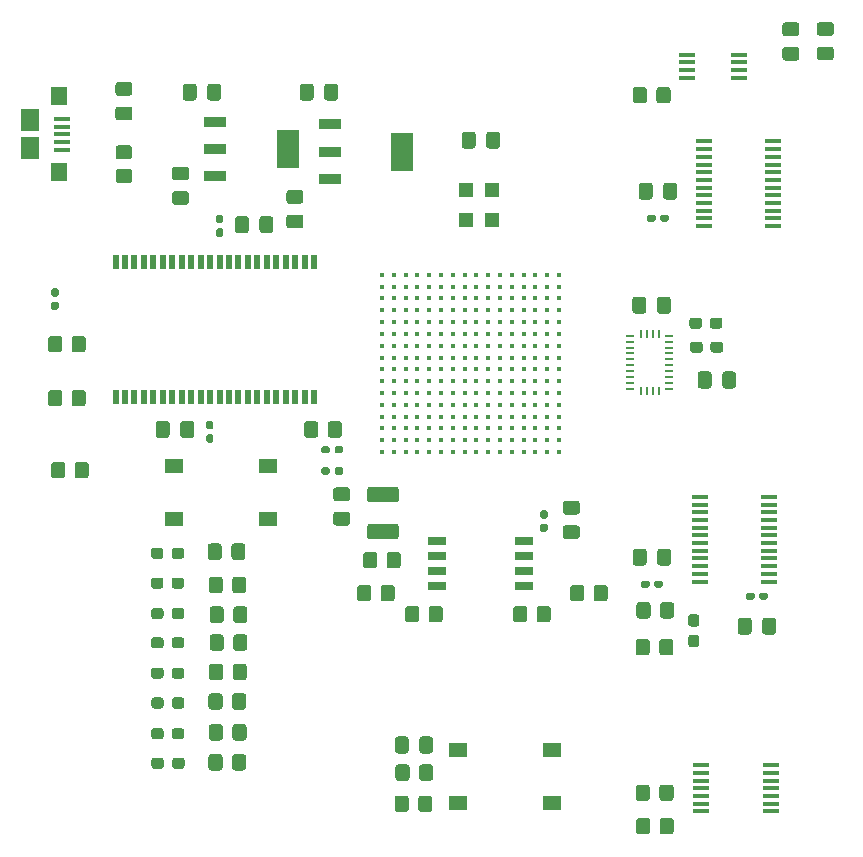
<source format=gtp>
G04 #@! TF.GenerationSoftware,KiCad,Pcbnew,5.1.9-73d0e3b20d~88~ubuntu20.04.1*
G04 #@! TF.CreationDate,2021-04-15T17:59:40-05:00*
G04 #@! TF.ProjectId,obi1,6f626931-2e6b-4696-9361-645f70636258,rev?*
G04 #@! TF.SameCoordinates,Original*
G04 #@! TF.FileFunction,Paste,Top*
G04 #@! TF.FilePolarity,Positive*
%FSLAX46Y46*%
G04 Gerber Fmt 4.6, Leading zero omitted, Abs format (unit mm)*
G04 Created by KiCad (PCBNEW 5.1.9-73d0e3b20d~88~ubuntu20.04.1) date 2021-04-15 17:59:40*
%MOMM*%
%LPD*%
G01*
G04 APERTURE LIST*
%ADD10R,0.600000X1.295000*%
%ADD11R,1.400000X1.600000*%
%ADD12R,1.600000X1.900000*%
%ADD13R,1.350000X0.400000*%
%ADD14R,1.860000X0.900000*%
%ADD15R,1.860000X3.190000*%
%ADD16R,0.254000X0.675000*%
%ADD17R,0.675000X0.254000*%
%ADD18R,1.473200X0.355600*%
%ADD19R,1.475000X0.450000*%
%ADD20C,0.400000*%
%ADD21R,1.550000X0.650000*%
%ADD22R,1.550000X1.300000*%
%ADD23R,1.240000X1.290000*%
%ADD24R,1.371600X0.457200*%
G04 APERTURE END LIST*
D10*
X130360000Y-98488000D03*
X131160000Y-98488000D03*
X131960000Y-98488000D03*
X132760000Y-98488000D03*
X133560000Y-98488000D03*
X134360000Y-98488000D03*
X135160000Y-98488000D03*
X135960000Y-98488000D03*
X136760000Y-98488000D03*
X137560000Y-98488000D03*
X138360000Y-98488000D03*
X139160000Y-98488000D03*
X139960000Y-98488000D03*
X140760000Y-98488000D03*
X141560000Y-98488000D03*
X142360000Y-98488000D03*
X143160000Y-98488000D03*
X143960000Y-98488000D03*
X144760000Y-98488000D03*
X145560000Y-98488000D03*
X146360000Y-98488000D03*
X147160000Y-98488000D03*
X147160000Y-87032000D03*
X146360000Y-87032000D03*
X145560000Y-87032000D03*
X144760000Y-87032000D03*
X143960000Y-87032000D03*
X143160000Y-87032000D03*
X142360000Y-87032000D03*
X141560000Y-87032000D03*
X140760000Y-87032000D03*
X139960000Y-87032000D03*
X139160000Y-87032000D03*
X138360000Y-87032000D03*
X137560000Y-87032000D03*
X136760000Y-87032000D03*
X135960000Y-87032000D03*
X135160000Y-87032000D03*
X134360000Y-87032000D03*
X133560000Y-87032000D03*
X132760000Y-87032000D03*
X131960000Y-87032000D03*
X131160000Y-87032000D03*
X130360000Y-87032000D03*
G36*
G01*
X148024000Y-73119000D02*
X148024000Y-72169000D01*
G75*
G02*
X148274000Y-71919000I250000J0D01*
G01*
X148949000Y-71919000D01*
G75*
G02*
X149199000Y-72169000I0J-250000D01*
G01*
X149199000Y-73119000D01*
G75*
G02*
X148949000Y-73369000I-250000J0D01*
G01*
X148274000Y-73369000D01*
G75*
G02*
X148024000Y-73119000I0J250000D01*
G01*
G37*
G36*
G01*
X145949000Y-73119000D02*
X145949000Y-72169000D01*
G75*
G02*
X146199000Y-71919000I250000J0D01*
G01*
X146874000Y-71919000D01*
G75*
G02*
X147124000Y-72169000I0J-250000D01*
G01*
X147124000Y-73119000D01*
G75*
G02*
X146874000Y-73369000I-250000J0D01*
G01*
X146199000Y-73369000D01*
G75*
G02*
X145949000Y-73119000I0J250000D01*
G01*
G37*
D11*
X125565000Y-79400000D03*
D12*
X123115000Y-77400000D03*
X123115000Y-75000000D03*
D11*
X125565000Y-73000000D03*
D13*
X125790000Y-77500000D03*
X125790000Y-76850000D03*
X125790000Y-76200000D03*
X125790000Y-75550000D03*
X125790000Y-74900000D03*
D14*
X148485000Y-75373200D03*
X148485000Y-77673200D03*
X148485000Y-79973200D03*
D15*
X154635000Y-77673200D03*
D14*
X138815000Y-75170000D03*
X138815000Y-77470000D03*
X138815000Y-79770000D03*
D15*
X144965000Y-77470000D03*
G36*
G01*
X145067000Y-80925000D02*
X146017000Y-80925000D01*
G75*
G02*
X146267000Y-81175000I0J-250000D01*
G01*
X146267000Y-81850000D01*
G75*
G02*
X146017000Y-82100000I-250000J0D01*
G01*
X145067000Y-82100000D01*
G75*
G02*
X144817000Y-81850000I0J250000D01*
G01*
X144817000Y-81175000D01*
G75*
G02*
X145067000Y-80925000I250000J0D01*
G01*
G37*
G36*
G01*
X145067000Y-83000000D02*
X146017000Y-83000000D01*
G75*
G02*
X146267000Y-83250000I0J-250000D01*
G01*
X146267000Y-83925000D01*
G75*
G02*
X146017000Y-84175000I-250000J0D01*
G01*
X145067000Y-84175000D01*
G75*
G02*
X144817000Y-83925000I0J250000D01*
G01*
X144817000Y-83250000D01*
G75*
G02*
X145067000Y-83000000I250000J0D01*
G01*
G37*
G36*
G01*
X130613999Y-79140000D02*
X131514001Y-79140000D01*
G75*
G02*
X131764000Y-79389999I0J-249999D01*
G01*
X131764000Y-80090001D01*
G75*
G02*
X131514001Y-80340000I-249999J0D01*
G01*
X130613999Y-80340000D01*
G75*
G02*
X130364000Y-80090001I0J249999D01*
G01*
X130364000Y-79389999D01*
G75*
G02*
X130613999Y-79140000I249999J0D01*
G01*
G37*
G36*
G01*
X130613999Y-77140000D02*
X131514001Y-77140000D01*
G75*
G02*
X131764000Y-77389999I0J-249999D01*
G01*
X131764000Y-78090001D01*
G75*
G02*
X131514001Y-78340000I-249999J0D01*
G01*
X130613999Y-78340000D01*
G75*
G02*
X130364000Y-78090001I0J249999D01*
G01*
X130364000Y-77389999D01*
G75*
G02*
X130613999Y-77140000I249999J0D01*
G01*
G37*
D16*
X176340380Y-97904100D03*
D17*
X173927880Y-93266600D03*
D16*
X176340380Y-93129100D03*
D17*
X177252880Y-93266600D03*
D16*
X175840380Y-93129100D03*
X175340380Y-93129100D03*
X174840380Y-93129100D03*
D17*
X177252880Y-93766600D03*
X177252880Y-94266600D03*
X177252880Y-94766600D03*
X177252880Y-95266600D03*
X177252880Y-95766600D03*
X177252880Y-96266600D03*
X177252880Y-96766600D03*
X177252880Y-97266600D03*
X177252880Y-97766600D03*
X173927880Y-93766600D03*
X173927880Y-94266600D03*
X173927880Y-94766600D03*
X173927880Y-95266600D03*
X173927880Y-95766600D03*
X173927880Y-96266600D03*
X173927880Y-96766600D03*
X173927880Y-97266600D03*
X173927880Y-97766600D03*
D16*
X175840380Y-97904100D03*
X175340380Y-97904100D03*
X174840380Y-97904100D03*
G36*
G01*
X180728500Y-94471500D02*
X180728500Y-93996500D01*
G75*
G02*
X180966000Y-93759000I237500J0D01*
G01*
X181566000Y-93759000D01*
G75*
G02*
X181803500Y-93996500I0J-237500D01*
G01*
X181803500Y-94471500D01*
G75*
G02*
X181566000Y-94709000I-237500J0D01*
G01*
X180966000Y-94709000D01*
G75*
G02*
X180728500Y-94471500I0J237500D01*
G01*
G37*
G36*
G01*
X179003500Y-94471500D02*
X179003500Y-93996500D01*
G75*
G02*
X179241000Y-93759000I237500J0D01*
G01*
X179841000Y-93759000D01*
G75*
G02*
X180078500Y-93996500I0J-237500D01*
G01*
X180078500Y-94471500D01*
G75*
G02*
X179841000Y-94709000I-237500J0D01*
G01*
X179241000Y-94709000D01*
G75*
G02*
X179003500Y-94471500I0J237500D01*
G01*
G37*
G36*
G01*
X176196500Y-91153000D02*
X176196500Y-90203000D01*
G75*
G02*
X176446500Y-89953000I250000J0D01*
G01*
X177121500Y-89953000D01*
G75*
G02*
X177371500Y-90203000I0J-250000D01*
G01*
X177371500Y-91153000D01*
G75*
G02*
X177121500Y-91403000I-250000J0D01*
G01*
X176446500Y-91403000D01*
G75*
G02*
X176196500Y-91153000I0J250000D01*
G01*
G37*
G36*
G01*
X174121500Y-91153000D02*
X174121500Y-90203000D01*
G75*
G02*
X174371500Y-89953000I250000J0D01*
G01*
X175046500Y-89953000D01*
G75*
G02*
X175296500Y-90203000I0J-250000D01*
G01*
X175296500Y-91153000D01*
G75*
G02*
X175046500Y-91403000I-250000J0D01*
G01*
X174371500Y-91403000D01*
G75*
G02*
X174121500Y-91153000I0J250000D01*
G01*
G37*
D18*
X180213000Y-83972400D03*
X180213000Y-83312000D03*
X180213000Y-82677000D03*
X180213000Y-82016600D03*
X180213000Y-81356200D03*
X180213000Y-80721200D03*
X180213000Y-80060800D03*
X180213000Y-79425800D03*
X180213000Y-78765400D03*
X180213000Y-78105000D03*
X180213000Y-77470000D03*
X180213000Y-76809600D03*
X186055000Y-76809600D03*
X186055000Y-77470000D03*
X186055000Y-78105000D03*
X186055000Y-78765400D03*
X186055000Y-79425800D03*
X186055000Y-80060800D03*
X186055000Y-80721200D03*
X186055000Y-81356200D03*
X186055000Y-82016600D03*
X186055000Y-82677000D03*
X186055000Y-83312000D03*
X186055000Y-83972400D03*
D19*
X179942000Y-133522000D03*
X179942000Y-132872000D03*
X179942000Y-132222000D03*
X179942000Y-131572000D03*
X179942000Y-130922000D03*
X179942000Y-130272000D03*
X179942000Y-129622000D03*
X185818000Y-129622000D03*
X185818000Y-130272000D03*
X185818000Y-130922000D03*
X185818000Y-131572000D03*
X185818000Y-132222000D03*
X185818000Y-132872000D03*
X185818000Y-133522000D03*
D20*
X167908000Y-95110000D03*
X167908000Y-96110000D03*
X167908000Y-97110000D03*
X167908000Y-98110000D03*
X167908000Y-99110000D03*
X167908000Y-100110000D03*
X167908000Y-101110000D03*
X167908000Y-102110000D03*
X167908000Y-103110000D03*
X163908000Y-100110000D03*
X163908000Y-99110000D03*
X163908000Y-98110000D03*
X163908000Y-97110000D03*
X162908000Y-97110000D03*
X162908000Y-98110000D03*
X162908000Y-99110000D03*
X162908000Y-100110000D03*
X166908000Y-103110000D03*
X166908000Y-102110000D03*
X166908000Y-101110000D03*
X166908000Y-100110000D03*
X166908000Y-99110000D03*
X166908000Y-98110000D03*
X166908000Y-97110000D03*
X166908000Y-96110000D03*
X166908000Y-95110000D03*
X165908000Y-95110000D03*
X165908000Y-96110000D03*
X165908000Y-97110000D03*
X165908000Y-98110000D03*
X165908000Y-99110000D03*
X165908000Y-100110000D03*
X165908000Y-101110000D03*
X165908000Y-102110000D03*
X165908000Y-103110000D03*
X161908000Y-100110000D03*
X161908000Y-99110000D03*
X161908000Y-98110000D03*
X161908000Y-97110000D03*
X160908000Y-97110000D03*
X160908000Y-98110000D03*
X160908000Y-99110000D03*
X160908000Y-100110000D03*
X164908000Y-103110000D03*
X164908000Y-102110000D03*
X164908000Y-101110000D03*
X164908000Y-100110000D03*
X164908000Y-99110000D03*
X164908000Y-98110000D03*
X164908000Y-97110000D03*
X164908000Y-96110000D03*
X164908000Y-95110000D03*
X163908000Y-96110000D03*
X162908000Y-96110000D03*
X161908000Y-96110000D03*
X163908000Y-95110000D03*
X162908000Y-95110000D03*
X161908000Y-95110000D03*
X160908000Y-95110000D03*
X163908000Y-103110000D03*
X163908000Y-102110000D03*
X160908000Y-94110000D03*
X161908000Y-94110000D03*
X162908000Y-94110000D03*
X163908000Y-94110000D03*
X160908000Y-96110000D03*
X163908000Y-93110000D03*
X162908000Y-93110000D03*
X161908000Y-93110000D03*
X160908000Y-93110000D03*
X163908000Y-101110000D03*
X163908000Y-92110000D03*
X162908000Y-92110000D03*
X161908000Y-92110000D03*
X160908000Y-92110000D03*
X159908000Y-100110000D03*
X162908000Y-103110000D03*
X161908000Y-103110000D03*
X160908000Y-103110000D03*
X159908000Y-103110000D03*
X158908000Y-103110000D03*
X162908000Y-102110000D03*
X161908000Y-102110000D03*
X160908000Y-102110000D03*
X159908000Y-102110000D03*
X158908000Y-102110000D03*
X158908000Y-101110000D03*
X159908000Y-101110000D03*
X160908000Y-101110000D03*
X161908000Y-101110000D03*
X162908000Y-101110000D03*
X158908000Y-100110000D03*
X157908000Y-100110000D03*
X156908000Y-100110000D03*
X159908000Y-99110000D03*
X157908000Y-103110000D03*
X156908000Y-103110000D03*
X157908000Y-102110000D03*
X156908000Y-102110000D03*
X157908000Y-101110000D03*
X156908000Y-101110000D03*
X158908000Y-99110000D03*
X157908000Y-99110000D03*
X156908000Y-99110000D03*
X159908000Y-98110000D03*
X158908000Y-98110000D03*
X157908000Y-98110000D03*
X156908000Y-98110000D03*
X159908000Y-97110000D03*
X158908000Y-97110000D03*
X157908000Y-97110000D03*
X156908000Y-97110000D03*
X159908000Y-96110000D03*
X158908000Y-96110000D03*
X157908000Y-96110000D03*
X156908000Y-96110000D03*
X159908000Y-95110000D03*
X158908000Y-95110000D03*
X157908000Y-95110000D03*
X156908000Y-95110000D03*
X159908000Y-94110000D03*
X158908000Y-94110000D03*
X157908000Y-94110000D03*
X156908000Y-94110000D03*
X159908000Y-93110000D03*
X158908000Y-93110000D03*
X157908000Y-93110000D03*
X156908000Y-93110000D03*
X156908000Y-92110000D03*
X157908000Y-92110000D03*
X158908000Y-92110000D03*
X159908000Y-92110000D03*
X155908000Y-103110000D03*
X154908000Y-103110000D03*
X153908000Y-103110000D03*
X152908000Y-103110000D03*
X152908000Y-102110000D03*
X152908000Y-101110000D03*
X152908000Y-100110000D03*
X153908000Y-102110000D03*
X153908000Y-101110000D03*
X153908000Y-100110000D03*
X154908000Y-100110000D03*
X154908000Y-101110000D03*
X154908000Y-102110000D03*
X155908000Y-102110000D03*
X155908000Y-101110000D03*
X155908000Y-100110000D03*
X155908000Y-99110000D03*
X154908000Y-99110000D03*
X153908000Y-99110000D03*
X152908000Y-99110000D03*
X152908000Y-98110000D03*
X153908000Y-98110000D03*
X154908000Y-98110000D03*
X155908000Y-98110000D03*
X155908000Y-97110000D03*
X154908000Y-97110000D03*
X153908000Y-97110000D03*
X152908000Y-97110000D03*
X153908000Y-96110000D03*
X154908000Y-96110000D03*
X155908000Y-96110000D03*
X155908000Y-95110000D03*
X154908000Y-95110000D03*
X153908000Y-95110000D03*
X153908000Y-94110000D03*
X154908000Y-94110000D03*
X155908000Y-94110000D03*
X155908000Y-93110000D03*
X154908000Y-93110000D03*
X153908000Y-93110000D03*
X167908000Y-92110000D03*
X167908000Y-93110000D03*
X167908000Y-94110000D03*
X166908000Y-94110000D03*
X166908000Y-93110000D03*
X166908000Y-92110000D03*
X165908000Y-92110000D03*
X165908000Y-93110000D03*
X165908000Y-94110000D03*
X164908000Y-94110000D03*
X164908000Y-93110000D03*
X164908000Y-92110000D03*
X167908000Y-90110000D03*
X167908000Y-91110000D03*
X166908000Y-91110000D03*
X166908000Y-90110000D03*
X164908000Y-91110000D03*
X165908000Y-91110000D03*
X165908000Y-90110000D03*
X164908000Y-90110000D03*
X163908000Y-90110000D03*
X163908000Y-91110000D03*
X162908000Y-91110000D03*
X162908000Y-90110000D03*
X161908000Y-91110000D03*
X161908000Y-90110000D03*
X155908000Y-92110000D03*
X154908000Y-92110000D03*
X153908000Y-92110000D03*
X160908000Y-91110000D03*
X159908000Y-91110000D03*
X158908000Y-91110000D03*
X157908000Y-91110000D03*
X156908000Y-91110000D03*
X155908000Y-91110000D03*
X154908000Y-91110000D03*
X153908000Y-91110000D03*
X160908000Y-90110000D03*
X159908000Y-90110000D03*
X158908000Y-90110000D03*
X157908000Y-90110000D03*
X156908000Y-90110000D03*
X155908000Y-90110000D03*
X154908000Y-90110000D03*
X153908000Y-90110000D03*
X155908000Y-89110000D03*
X154908000Y-89110000D03*
X153908000Y-89110000D03*
X156908000Y-89110000D03*
X157908000Y-89110000D03*
X158908000Y-89110000D03*
X159908000Y-89110000D03*
X160908000Y-89110000D03*
X161908000Y-89110000D03*
X162908000Y-89110000D03*
X163908000Y-89110000D03*
X164908000Y-89110000D03*
X165908000Y-89110000D03*
X166908000Y-89110000D03*
X167908000Y-89110000D03*
X152908000Y-96110000D03*
X152908000Y-95110000D03*
X152908000Y-94110000D03*
X152908000Y-93110000D03*
X152908000Y-92110000D03*
X152908000Y-91110000D03*
X152908000Y-90110000D03*
X152908000Y-89110000D03*
X167908000Y-88110000D03*
X166908000Y-88110000D03*
X165908000Y-88110000D03*
X164908000Y-88110000D03*
X163908000Y-88110000D03*
X162908000Y-88110000D03*
X161908000Y-88110000D03*
X160908000Y-88110000D03*
X159908000Y-88110000D03*
X158908000Y-88110000D03*
X157908000Y-88110000D03*
X156908000Y-88110000D03*
X155908000Y-88110000D03*
X154908000Y-88110000D03*
X153908000Y-88110000D03*
X152908000Y-88110000D03*
D21*
X164965000Y-110617000D03*
X164965000Y-111887000D03*
X164965000Y-113157000D03*
X164965000Y-114427000D03*
X157615000Y-114427000D03*
X157615000Y-113157000D03*
X157615000Y-111887000D03*
X157615000Y-110617000D03*
D22*
X159347000Y-132806000D03*
X159347000Y-128306000D03*
X167297000Y-128306000D03*
X167297000Y-132806000D03*
X143285000Y-108820000D03*
X143285000Y-104320000D03*
X135335000Y-104320000D03*
X135335000Y-108820000D03*
D23*
X162255200Y-83464400D03*
X160005200Y-83464400D03*
X162255200Y-80924400D03*
X160005200Y-80924400D03*
D24*
X178739800Y-71399400D03*
X178739800Y-70764400D03*
X178739800Y-70104000D03*
X178739800Y-69469000D03*
X183159400Y-69469000D03*
X183159400Y-70104000D03*
X183159400Y-70764400D03*
X183159400Y-71399400D03*
D18*
X185674000Y-114071400D03*
X185674000Y-113411000D03*
X185674000Y-112776000D03*
X185674000Y-112115600D03*
X185674000Y-111455200D03*
X185674000Y-110820200D03*
X185674000Y-110159800D03*
X185674000Y-109524800D03*
X185674000Y-108864400D03*
X185674000Y-108204000D03*
X185674000Y-107569000D03*
X185674000Y-106908600D03*
X179832000Y-106908600D03*
X179832000Y-107569000D03*
X179832000Y-108204000D03*
X179832000Y-108864400D03*
X179832000Y-109524800D03*
X179832000Y-110159800D03*
X179832000Y-110820200D03*
X179832000Y-111455200D03*
X179832000Y-112115600D03*
X179832000Y-112776000D03*
X179832000Y-113411000D03*
X179832000Y-114071400D03*
G36*
G01*
X131539000Y-75031000D02*
X130589000Y-75031000D01*
G75*
G02*
X130339000Y-74781000I0J250000D01*
G01*
X130339000Y-74106000D01*
G75*
G02*
X130589000Y-73856000I250000J0D01*
G01*
X131539000Y-73856000D01*
G75*
G02*
X131789000Y-74106000I0J-250000D01*
G01*
X131789000Y-74781000D01*
G75*
G02*
X131539000Y-75031000I-250000J0D01*
G01*
G37*
G36*
G01*
X131539000Y-72956000D02*
X130589000Y-72956000D01*
G75*
G02*
X130339000Y-72706000I0J250000D01*
G01*
X130339000Y-72031000D01*
G75*
G02*
X130589000Y-71781000I250000J0D01*
G01*
X131539000Y-71781000D01*
G75*
G02*
X131789000Y-72031000I0J-250000D01*
G01*
X131789000Y-72706000D01*
G75*
G02*
X131539000Y-72956000I-250000J0D01*
G01*
G37*
G36*
G01*
X136335000Y-80110000D02*
X135385000Y-80110000D01*
G75*
G02*
X135135000Y-79860000I0J250000D01*
G01*
X135135000Y-79185000D01*
G75*
G02*
X135385000Y-78935000I250000J0D01*
G01*
X136335000Y-78935000D01*
G75*
G02*
X136585000Y-79185000I0J-250000D01*
G01*
X136585000Y-79860000D01*
G75*
G02*
X136335000Y-80110000I-250000J0D01*
G01*
G37*
G36*
G01*
X136335000Y-82185000D02*
X135385000Y-82185000D01*
G75*
G02*
X135135000Y-81935000I0J250000D01*
G01*
X135135000Y-81260000D01*
G75*
G02*
X135385000Y-81010000I250000J0D01*
G01*
X136335000Y-81010000D01*
G75*
G02*
X136585000Y-81260000I0J-250000D01*
G01*
X136585000Y-81935000D01*
G75*
G02*
X136335000Y-82185000I-250000J0D01*
G01*
G37*
G36*
G01*
X138118000Y-73119000D02*
X138118000Y-72169000D01*
G75*
G02*
X138368000Y-71919000I250000J0D01*
G01*
X139043000Y-71919000D01*
G75*
G02*
X139293000Y-72169000I0J-250000D01*
G01*
X139293000Y-73119000D01*
G75*
G02*
X139043000Y-73369000I-250000J0D01*
G01*
X138368000Y-73369000D01*
G75*
G02*
X138118000Y-73119000I0J250000D01*
G01*
G37*
G36*
G01*
X136043000Y-73119000D02*
X136043000Y-72169000D01*
G75*
G02*
X136293000Y-71919000I250000J0D01*
G01*
X136968000Y-71919000D01*
G75*
G02*
X137218000Y-72169000I0J-250000D01*
G01*
X137218000Y-73119000D01*
G75*
G02*
X136968000Y-73369000I-250000J0D01*
G01*
X136293000Y-73369000D01*
G75*
G02*
X136043000Y-73119000I0J250000D01*
G01*
G37*
G36*
G01*
X162915000Y-76233000D02*
X162915000Y-77183000D01*
G75*
G02*
X162665000Y-77433000I-250000J0D01*
G01*
X161990000Y-77433000D01*
G75*
G02*
X161740000Y-77183000I0J250000D01*
G01*
X161740000Y-76233000D01*
G75*
G02*
X161990000Y-75983000I250000J0D01*
G01*
X162665000Y-75983000D01*
G75*
G02*
X162915000Y-76233000I0J-250000D01*
G01*
G37*
G36*
G01*
X160840000Y-76233000D02*
X160840000Y-77183000D01*
G75*
G02*
X160590000Y-77433000I-250000J0D01*
G01*
X159915000Y-77433000D01*
G75*
G02*
X159665000Y-77183000I0J250000D01*
G01*
X159665000Y-76233000D01*
G75*
G02*
X159915000Y-75983000I250000J0D01*
G01*
X160590000Y-75983000D01*
G75*
G02*
X160840000Y-76233000I0J-250000D01*
G01*
G37*
G36*
G01*
X155178100Y-127439400D02*
X155178100Y-128389400D01*
G75*
G02*
X154928100Y-128639400I-250000J0D01*
G01*
X154253100Y-128639400D01*
G75*
G02*
X154003100Y-128389400I0J250000D01*
G01*
X154003100Y-127439400D01*
G75*
G02*
X154253100Y-127189400I250000J0D01*
G01*
X154928100Y-127189400D01*
G75*
G02*
X155178100Y-127439400I0J-250000D01*
G01*
G37*
G36*
G01*
X157253100Y-127439400D02*
X157253100Y-128389400D01*
G75*
G02*
X157003100Y-128639400I-250000J0D01*
G01*
X156328100Y-128639400D01*
G75*
G02*
X156078100Y-128389400I0J250000D01*
G01*
X156078100Y-127439400D01*
G75*
G02*
X156328100Y-127189400I250000J0D01*
G01*
X157003100Y-127189400D01*
G75*
G02*
X157253100Y-127439400I0J-250000D01*
G01*
G37*
G36*
G01*
X154100002Y-107382500D02*
X151899998Y-107382500D01*
G75*
G02*
X151650000Y-107132502I0J249998D01*
G01*
X151650000Y-106307498D01*
G75*
G02*
X151899998Y-106057500I249998J0D01*
G01*
X154100002Y-106057500D01*
G75*
G02*
X154350000Y-106307498I0J-249998D01*
G01*
X154350000Y-107132502D01*
G75*
G02*
X154100002Y-107382500I-249998J0D01*
G01*
G37*
G36*
G01*
X154100002Y-110507500D02*
X151899998Y-110507500D01*
G75*
G02*
X151650000Y-110257502I0J249998D01*
G01*
X151650000Y-109432498D01*
G75*
G02*
X151899998Y-109182500I249998J0D01*
G01*
X154100002Y-109182500D01*
G75*
G02*
X154350000Y-109432498I0J-249998D01*
G01*
X154350000Y-110257502D01*
G75*
G02*
X154100002Y-110507500I-249998J0D01*
G01*
G37*
G36*
G01*
X149975000Y-109345000D02*
X149025000Y-109345000D01*
G75*
G02*
X148775000Y-109095000I0J250000D01*
G01*
X148775000Y-108420000D01*
G75*
G02*
X149025000Y-108170000I250000J0D01*
G01*
X149975000Y-108170000D01*
G75*
G02*
X150225000Y-108420000I0J-250000D01*
G01*
X150225000Y-109095000D01*
G75*
G02*
X149975000Y-109345000I-250000J0D01*
G01*
G37*
G36*
G01*
X149975000Y-107270000D02*
X149025000Y-107270000D01*
G75*
G02*
X148775000Y-107020000I0J250000D01*
G01*
X148775000Y-106345000D01*
G75*
G02*
X149025000Y-106095000I250000J0D01*
G01*
X149975000Y-106095000D01*
G75*
G02*
X150225000Y-106345000I0J-250000D01*
G01*
X150225000Y-107020000D01*
G75*
G02*
X149975000Y-107270000I-250000J0D01*
G01*
G37*
G36*
G01*
X148900000Y-104875000D02*
X148900000Y-104565000D01*
G75*
G02*
X149055000Y-104410000I155000J0D01*
G01*
X149480000Y-104410000D01*
G75*
G02*
X149635000Y-104565000I0J-155000D01*
G01*
X149635000Y-104875000D01*
G75*
G02*
X149480000Y-105030000I-155000J0D01*
G01*
X149055000Y-105030000D01*
G75*
G02*
X148900000Y-104875000I0J155000D01*
G01*
G37*
G36*
G01*
X147765000Y-104875000D02*
X147765000Y-104565000D01*
G75*
G02*
X147920000Y-104410000I155000J0D01*
G01*
X148345000Y-104410000D01*
G75*
G02*
X148500000Y-104565000I0J-155000D01*
G01*
X148500000Y-104875000D01*
G75*
G02*
X148345000Y-105030000I-155000J0D01*
G01*
X147920000Y-105030000D01*
G75*
G02*
X147765000Y-104875000I0J155000D01*
G01*
G37*
G36*
G01*
X147765000Y-103075000D02*
X147765000Y-102765000D01*
G75*
G02*
X147920000Y-102610000I155000J0D01*
G01*
X148345000Y-102610000D01*
G75*
G02*
X148500000Y-102765000I0J-155000D01*
G01*
X148500000Y-103075000D01*
G75*
G02*
X148345000Y-103230000I-155000J0D01*
G01*
X147920000Y-103230000D01*
G75*
G02*
X147765000Y-103075000I0J155000D01*
G01*
G37*
G36*
G01*
X148900000Y-103075000D02*
X148900000Y-102765000D01*
G75*
G02*
X149055000Y-102610000I155000J0D01*
G01*
X149480000Y-102610000D01*
G75*
G02*
X149635000Y-102765000I0J-155000D01*
G01*
X149635000Y-103075000D01*
G75*
G02*
X149480000Y-103230000I-155000J0D01*
G01*
X149055000Y-103230000D01*
G75*
G02*
X148900000Y-103075000I0J155000D01*
G01*
G37*
G36*
G01*
X125377000Y-91105000D02*
X125067000Y-91105000D01*
G75*
G02*
X124912000Y-90950000I0J155000D01*
G01*
X124912000Y-90525000D01*
G75*
G02*
X125067000Y-90370000I155000J0D01*
G01*
X125377000Y-90370000D01*
G75*
G02*
X125532000Y-90525000I0J-155000D01*
G01*
X125532000Y-90950000D01*
G75*
G02*
X125377000Y-91105000I-155000J0D01*
G01*
G37*
G36*
G01*
X125377000Y-89970000D02*
X125067000Y-89970000D01*
G75*
G02*
X124912000Y-89815000I0J155000D01*
G01*
X124912000Y-89390000D01*
G75*
G02*
X125067000Y-89235000I155000J0D01*
G01*
X125377000Y-89235000D01*
G75*
G02*
X125532000Y-89390000I0J-155000D01*
G01*
X125532000Y-89815000D01*
G75*
G02*
X125377000Y-89970000I-155000J0D01*
G01*
G37*
G36*
G01*
X141640000Y-83385000D02*
X141640000Y-84335000D01*
G75*
G02*
X141390000Y-84585000I-250000J0D01*
G01*
X140715000Y-84585000D01*
G75*
G02*
X140465000Y-84335000I0J250000D01*
G01*
X140465000Y-83385000D01*
G75*
G02*
X140715000Y-83135000I250000J0D01*
G01*
X141390000Y-83135000D01*
G75*
G02*
X141640000Y-83385000I0J-250000D01*
G01*
G37*
G36*
G01*
X143715000Y-83385000D02*
X143715000Y-84335000D01*
G75*
G02*
X143465000Y-84585000I-250000J0D01*
G01*
X142790000Y-84585000D01*
G75*
G02*
X142540000Y-84335000I0J250000D01*
G01*
X142540000Y-83385000D01*
G75*
G02*
X142790000Y-83135000I250000J0D01*
G01*
X143465000Y-83135000D01*
G75*
G02*
X143715000Y-83385000I0J-250000D01*
G01*
G37*
G36*
G01*
X139325000Y-84895000D02*
X139015000Y-84895000D01*
G75*
G02*
X138860000Y-84740000I0J155000D01*
G01*
X138860000Y-84315000D01*
G75*
G02*
X139015000Y-84160000I155000J0D01*
G01*
X139325000Y-84160000D01*
G75*
G02*
X139480000Y-84315000I0J-155000D01*
G01*
X139480000Y-84740000D01*
G75*
G02*
X139325000Y-84895000I-155000J0D01*
G01*
G37*
G36*
G01*
X139325000Y-83760000D02*
X139015000Y-83760000D01*
G75*
G02*
X138860000Y-83605000I0J155000D01*
G01*
X138860000Y-83180000D01*
G75*
G02*
X139015000Y-83025000I155000J0D01*
G01*
X139325000Y-83025000D01*
G75*
G02*
X139480000Y-83180000I0J-155000D01*
G01*
X139480000Y-83605000D01*
G75*
G02*
X139325000Y-83760000I-155000J0D01*
G01*
G37*
G36*
G01*
X138185000Y-100455000D02*
X138495000Y-100455000D01*
G75*
G02*
X138650000Y-100610000I0J-155000D01*
G01*
X138650000Y-101035000D01*
G75*
G02*
X138495000Y-101190000I-155000J0D01*
G01*
X138185000Y-101190000D01*
G75*
G02*
X138030000Y-101035000I0J155000D01*
G01*
X138030000Y-100610000D01*
G75*
G02*
X138185000Y-100455000I155000J0D01*
G01*
G37*
G36*
G01*
X138185000Y-101590000D02*
X138495000Y-101590000D01*
G75*
G02*
X138650000Y-101745000I0J-155000D01*
G01*
X138650000Y-102170000D01*
G75*
G02*
X138495000Y-102325000I-155000J0D01*
G01*
X138185000Y-102325000D01*
G75*
G02*
X138030000Y-102170000I0J155000D01*
G01*
X138030000Y-101745000D01*
G75*
G02*
X138185000Y-101590000I155000J0D01*
G01*
G37*
G36*
G01*
X134940000Y-100725000D02*
X134940000Y-101675000D01*
G75*
G02*
X134690000Y-101925000I-250000J0D01*
G01*
X134015000Y-101925000D01*
G75*
G02*
X133765000Y-101675000I0J250000D01*
G01*
X133765000Y-100725000D01*
G75*
G02*
X134015000Y-100475000I250000J0D01*
G01*
X134690000Y-100475000D01*
G75*
G02*
X134940000Y-100725000I0J-250000D01*
G01*
G37*
G36*
G01*
X137015000Y-100725000D02*
X137015000Y-101675000D01*
G75*
G02*
X136765000Y-101925000I-250000J0D01*
G01*
X136090000Y-101925000D01*
G75*
G02*
X135840000Y-101675000I0J250000D01*
G01*
X135840000Y-100725000D01*
G75*
G02*
X136090000Y-100475000I250000J0D01*
G01*
X136765000Y-100475000D01*
G75*
G02*
X137015000Y-100725000I0J-250000D01*
G01*
G37*
G36*
G01*
X188003200Y-69978700D02*
X187053200Y-69978700D01*
G75*
G02*
X186803200Y-69728700I0J250000D01*
G01*
X186803200Y-69053700D01*
G75*
G02*
X187053200Y-68803700I250000J0D01*
G01*
X188003200Y-68803700D01*
G75*
G02*
X188253200Y-69053700I0J-250000D01*
G01*
X188253200Y-69728700D01*
G75*
G02*
X188003200Y-69978700I-250000J0D01*
G01*
G37*
G36*
G01*
X188003200Y-67903700D02*
X187053200Y-67903700D01*
G75*
G02*
X186803200Y-67653700I0J250000D01*
G01*
X186803200Y-66978700D01*
G75*
G02*
X187053200Y-66728700I250000J0D01*
G01*
X188003200Y-66728700D01*
G75*
G02*
X188253200Y-66978700I0J-250000D01*
G01*
X188253200Y-67653700D01*
G75*
G02*
X188003200Y-67903700I-250000J0D01*
G01*
G37*
G36*
G01*
X190924200Y-67879900D02*
X189974200Y-67879900D01*
G75*
G02*
X189724200Y-67629900I0J250000D01*
G01*
X189724200Y-66954900D01*
G75*
G02*
X189974200Y-66704900I250000J0D01*
G01*
X190924200Y-66704900D01*
G75*
G02*
X191174200Y-66954900I0J-250000D01*
G01*
X191174200Y-67629900D01*
G75*
G02*
X190924200Y-67879900I-250000J0D01*
G01*
G37*
G36*
G01*
X190924200Y-69954900D02*
X189974200Y-69954900D01*
G75*
G02*
X189724200Y-69704900I0J250000D01*
G01*
X189724200Y-69029900D01*
G75*
G02*
X189974200Y-68779900I250000J0D01*
G01*
X190924200Y-68779900D01*
G75*
G02*
X191174200Y-69029900I0J-250000D01*
G01*
X191174200Y-69704900D01*
G75*
G02*
X190924200Y-69954900I-250000J0D01*
G01*
G37*
G36*
G01*
X175826000Y-80551000D02*
X175826000Y-81501000D01*
G75*
G02*
X175576000Y-81751000I-250000J0D01*
G01*
X174901000Y-81751000D01*
G75*
G02*
X174651000Y-81501000I0J250000D01*
G01*
X174651000Y-80551000D01*
G75*
G02*
X174901000Y-80301000I250000J0D01*
G01*
X175576000Y-80301000D01*
G75*
G02*
X175826000Y-80551000I0J-250000D01*
G01*
G37*
G36*
G01*
X177901000Y-80551000D02*
X177901000Y-81501000D01*
G75*
G02*
X177651000Y-81751000I-250000J0D01*
G01*
X176976000Y-81751000D01*
G75*
G02*
X176726000Y-81501000I0J250000D01*
G01*
X176726000Y-80551000D01*
G75*
G02*
X176976000Y-80301000I250000J0D01*
G01*
X177651000Y-80301000D01*
G75*
G02*
X177901000Y-80551000I0J-250000D01*
G01*
G37*
G36*
G01*
X175318000Y-111539000D02*
X175318000Y-112489000D01*
G75*
G02*
X175068000Y-112739000I-250000J0D01*
G01*
X174393000Y-112739000D01*
G75*
G02*
X174143000Y-112489000I0J250000D01*
G01*
X174143000Y-111539000D01*
G75*
G02*
X174393000Y-111289000I250000J0D01*
G01*
X175068000Y-111289000D01*
G75*
G02*
X175318000Y-111539000I0J-250000D01*
G01*
G37*
G36*
G01*
X177393000Y-111539000D02*
X177393000Y-112489000D01*
G75*
G02*
X177143000Y-112739000I-250000J0D01*
G01*
X176468000Y-112739000D01*
G75*
G02*
X176218000Y-112489000I0J250000D01*
G01*
X176218000Y-111539000D01*
G75*
G02*
X176468000Y-111289000I250000J0D01*
G01*
X177143000Y-111289000D01*
G75*
G02*
X177393000Y-111539000I0J-250000D01*
G01*
G37*
G36*
G01*
X177211000Y-83157000D02*
X177211000Y-83467000D01*
G75*
G02*
X177056000Y-83622000I-155000J0D01*
G01*
X176631000Y-83622000D01*
G75*
G02*
X176476000Y-83467000I0J155000D01*
G01*
X176476000Y-83157000D01*
G75*
G02*
X176631000Y-83002000I155000J0D01*
G01*
X177056000Y-83002000D01*
G75*
G02*
X177211000Y-83157000I0J-155000D01*
G01*
G37*
G36*
G01*
X176076000Y-83157000D02*
X176076000Y-83467000D01*
G75*
G02*
X175921000Y-83622000I-155000J0D01*
G01*
X175496000Y-83622000D01*
G75*
G02*
X175341000Y-83467000I0J155000D01*
G01*
X175341000Y-83157000D01*
G75*
G02*
X175496000Y-83002000I155000J0D01*
G01*
X175921000Y-83002000D01*
G75*
G02*
X176076000Y-83157000I0J-155000D01*
G01*
G37*
G36*
G01*
X175568000Y-114145000D02*
X175568000Y-114455000D01*
G75*
G02*
X175413000Y-114610000I-155000J0D01*
G01*
X174988000Y-114610000D01*
G75*
G02*
X174833000Y-114455000I0J155000D01*
G01*
X174833000Y-114145000D01*
G75*
G02*
X174988000Y-113990000I155000J0D01*
G01*
X175413000Y-113990000D01*
G75*
G02*
X175568000Y-114145000I0J-155000D01*
G01*
G37*
G36*
G01*
X176703000Y-114145000D02*
X176703000Y-114455000D01*
G75*
G02*
X176548000Y-114610000I-155000J0D01*
G01*
X176123000Y-114610000D01*
G75*
G02*
X175968000Y-114455000I0J155000D01*
G01*
X175968000Y-114145000D01*
G75*
G02*
X176123000Y-113990000I155000J0D01*
G01*
X176548000Y-113990000D01*
G75*
G02*
X176703000Y-114145000I0J-155000D01*
G01*
G37*
G36*
G01*
X185593000Y-115161000D02*
X185593000Y-115471000D01*
G75*
G02*
X185438000Y-115626000I-155000J0D01*
G01*
X185013000Y-115626000D01*
G75*
G02*
X184858000Y-115471000I0J155000D01*
G01*
X184858000Y-115161000D01*
G75*
G02*
X185013000Y-115006000I155000J0D01*
G01*
X185438000Y-115006000D01*
G75*
G02*
X185593000Y-115161000I0J-155000D01*
G01*
G37*
G36*
G01*
X184458000Y-115161000D02*
X184458000Y-115471000D01*
G75*
G02*
X184303000Y-115626000I-155000J0D01*
G01*
X183878000Y-115626000D01*
G75*
G02*
X183723000Y-115471000I0J155000D01*
G01*
X183723000Y-115161000D01*
G75*
G02*
X183878000Y-115006000I155000J0D01*
G01*
X184303000Y-115006000D01*
G75*
G02*
X184458000Y-115161000I0J-155000D01*
G01*
G37*
G36*
G01*
X179549500Y-117884000D02*
X179074500Y-117884000D01*
G75*
G02*
X178837000Y-117646500I0J237500D01*
G01*
X178837000Y-117071500D01*
G75*
G02*
X179074500Y-116834000I237500J0D01*
G01*
X179549500Y-116834000D01*
G75*
G02*
X179787000Y-117071500I0J-237500D01*
G01*
X179787000Y-117646500D01*
G75*
G02*
X179549500Y-117884000I-237500J0D01*
G01*
G37*
G36*
G01*
X179549500Y-119634000D02*
X179074500Y-119634000D01*
G75*
G02*
X178837000Y-119396500I0J237500D01*
G01*
X178837000Y-118821500D01*
G75*
G02*
X179074500Y-118584000I237500J0D01*
G01*
X179549500Y-118584000D01*
G75*
G02*
X179787000Y-118821500I0J-237500D01*
G01*
X179787000Y-119396500D01*
G75*
G02*
X179549500Y-119634000I-237500J0D01*
G01*
G37*
G36*
G01*
X133400000Y-129695500D02*
X133400000Y-129220500D01*
G75*
G02*
X133637500Y-128983000I237500J0D01*
G01*
X134212500Y-128983000D01*
G75*
G02*
X134450000Y-129220500I0J-237500D01*
G01*
X134450000Y-129695500D01*
G75*
G02*
X134212500Y-129933000I-237500J0D01*
G01*
X133637500Y-129933000D01*
G75*
G02*
X133400000Y-129695500I0J237500D01*
G01*
G37*
G36*
G01*
X135150000Y-129695500D02*
X135150000Y-129220500D01*
G75*
G02*
X135387500Y-128983000I237500J0D01*
G01*
X135962500Y-128983000D01*
G75*
G02*
X136200000Y-129220500I0J-237500D01*
G01*
X136200000Y-129695500D01*
G75*
G02*
X135962500Y-129933000I-237500J0D01*
G01*
X135387500Y-129933000D01*
G75*
G02*
X135150000Y-129695500I0J237500D01*
G01*
G37*
G36*
G01*
X133380000Y-127195500D02*
X133380000Y-126720500D01*
G75*
G02*
X133617500Y-126483000I237500J0D01*
G01*
X134192500Y-126483000D01*
G75*
G02*
X134430000Y-126720500I0J-237500D01*
G01*
X134430000Y-127195500D01*
G75*
G02*
X134192500Y-127433000I-237500J0D01*
G01*
X133617500Y-127433000D01*
G75*
G02*
X133380000Y-127195500I0J237500D01*
G01*
G37*
G36*
G01*
X135130000Y-127195500D02*
X135130000Y-126720500D01*
G75*
G02*
X135367500Y-126483000I237500J0D01*
G01*
X135942500Y-126483000D01*
G75*
G02*
X136180000Y-126720500I0J-237500D01*
G01*
X136180000Y-127195500D01*
G75*
G02*
X135942500Y-127433000I-237500J0D01*
G01*
X135367500Y-127433000D01*
G75*
G02*
X135130000Y-127195500I0J237500D01*
G01*
G37*
G36*
G01*
X135130000Y-124595500D02*
X135130000Y-124120500D01*
G75*
G02*
X135367500Y-123883000I237500J0D01*
G01*
X135942500Y-123883000D01*
G75*
G02*
X136180000Y-124120500I0J-237500D01*
G01*
X136180000Y-124595500D01*
G75*
G02*
X135942500Y-124833000I-237500J0D01*
G01*
X135367500Y-124833000D01*
G75*
G02*
X135130000Y-124595500I0J237500D01*
G01*
G37*
G36*
G01*
X133380000Y-124595500D02*
X133380000Y-124120500D01*
G75*
G02*
X133617500Y-123883000I237500J0D01*
G01*
X134192500Y-123883000D01*
G75*
G02*
X134430000Y-124120500I0J-237500D01*
G01*
X134430000Y-124595500D01*
G75*
G02*
X134192500Y-124833000I-237500J0D01*
G01*
X133617500Y-124833000D01*
G75*
G02*
X133380000Y-124595500I0J237500D01*
G01*
G37*
G36*
G01*
X135120000Y-122065500D02*
X135120000Y-121590500D01*
G75*
G02*
X135357500Y-121353000I237500J0D01*
G01*
X135932500Y-121353000D01*
G75*
G02*
X136170000Y-121590500I0J-237500D01*
G01*
X136170000Y-122065500D01*
G75*
G02*
X135932500Y-122303000I-237500J0D01*
G01*
X135357500Y-122303000D01*
G75*
G02*
X135120000Y-122065500I0J237500D01*
G01*
G37*
G36*
G01*
X133370000Y-122065500D02*
X133370000Y-121590500D01*
G75*
G02*
X133607500Y-121353000I237500J0D01*
G01*
X134182500Y-121353000D01*
G75*
G02*
X134420000Y-121590500I0J-237500D01*
G01*
X134420000Y-122065500D01*
G75*
G02*
X134182500Y-122303000I-237500J0D01*
G01*
X133607500Y-122303000D01*
G75*
G02*
X133370000Y-122065500I0J237500D01*
G01*
G37*
G36*
G01*
X133370000Y-119505500D02*
X133370000Y-119030500D01*
G75*
G02*
X133607500Y-118793000I237500J0D01*
G01*
X134182500Y-118793000D01*
G75*
G02*
X134420000Y-119030500I0J-237500D01*
G01*
X134420000Y-119505500D01*
G75*
G02*
X134182500Y-119743000I-237500J0D01*
G01*
X133607500Y-119743000D01*
G75*
G02*
X133370000Y-119505500I0J237500D01*
G01*
G37*
G36*
G01*
X135120000Y-119505500D02*
X135120000Y-119030500D01*
G75*
G02*
X135357500Y-118793000I237500J0D01*
G01*
X135932500Y-118793000D01*
G75*
G02*
X136170000Y-119030500I0J-237500D01*
G01*
X136170000Y-119505500D01*
G75*
G02*
X135932500Y-119743000I-237500J0D01*
G01*
X135357500Y-119743000D01*
G75*
G02*
X135120000Y-119505500I0J237500D01*
G01*
G37*
G36*
G01*
X133370000Y-117025500D02*
X133370000Y-116550500D01*
G75*
G02*
X133607500Y-116313000I237500J0D01*
G01*
X134182500Y-116313000D01*
G75*
G02*
X134420000Y-116550500I0J-237500D01*
G01*
X134420000Y-117025500D01*
G75*
G02*
X134182500Y-117263000I-237500J0D01*
G01*
X133607500Y-117263000D01*
G75*
G02*
X133370000Y-117025500I0J237500D01*
G01*
G37*
G36*
G01*
X135120000Y-117025500D02*
X135120000Y-116550500D01*
G75*
G02*
X135357500Y-116313000I237500J0D01*
G01*
X135932500Y-116313000D01*
G75*
G02*
X136170000Y-116550500I0J-237500D01*
G01*
X136170000Y-117025500D01*
G75*
G02*
X135932500Y-117263000I-237500J0D01*
G01*
X135357500Y-117263000D01*
G75*
G02*
X135120000Y-117025500I0J237500D01*
G01*
G37*
G36*
G01*
X133360000Y-114455500D02*
X133360000Y-113980500D01*
G75*
G02*
X133597500Y-113743000I237500J0D01*
G01*
X134172500Y-113743000D01*
G75*
G02*
X134410000Y-113980500I0J-237500D01*
G01*
X134410000Y-114455500D01*
G75*
G02*
X134172500Y-114693000I-237500J0D01*
G01*
X133597500Y-114693000D01*
G75*
G02*
X133360000Y-114455500I0J237500D01*
G01*
G37*
G36*
G01*
X135110000Y-114455500D02*
X135110000Y-113980500D01*
G75*
G02*
X135347500Y-113743000I237500J0D01*
G01*
X135922500Y-113743000D01*
G75*
G02*
X136160000Y-113980500I0J-237500D01*
G01*
X136160000Y-114455500D01*
G75*
G02*
X135922500Y-114693000I-237500J0D01*
G01*
X135347500Y-114693000D01*
G75*
G02*
X135110000Y-114455500I0J237500D01*
G01*
G37*
G36*
G01*
X135110000Y-111925500D02*
X135110000Y-111450500D01*
G75*
G02*
X135347500Y-111213000I237500J0D01*
G01*
X135922500Y-111213000D01*
G75*
G02*
X136160000Y-111450500I0J-237500D01*
G01*
X136160000Y-111925500D01*
G75*
G02*
X135922500Y-112163000I-237500J0D01*
G01*
X135347500Y-112163000D01*
G75*
G02*
X135110000Y-111925500I0J237500D01*
G01*
G37*
G36*
G01*
X133360000Y-111925500D02*
X133360000Y-111450500D01*
G75*
G02*
X133597500Y-111213000I237500J0D01*
G01*
X134172500Y-111213000D01*
G75*
G02*
X134410000Y-111450500I0J-237500D01*
G01*
X134410000Y-111925500D01*
G75*
G02*
X134172500Y-112163000I-237500J0D01*
G01*
X133597500Y-112163000D01*
G75*
G02*
X133360000Y-111925500I0J237500D01*
G01*
G37*
G36*
G01*
X153977300Y-133342801D02*
X153977300Y-132442799D01*
G75*
G02*
X154227299Y-132192800I249999J0D01*
G01*
X154927301Y-132192800D01*
G75*
G02*
X155177300Y-132442799I0J-249999D01*
G01*
X155177300Y-133342801D01*
G75*
G02*
X154927301Y-133592800I-249999J0D01*
G01*
X154227299Y-133592800D01*
G75*
G02*
X153977300Y-133342801I0J249999D01*
G01*
G37*
G36*
G01*
X155977300Y-133342801D02*
X155977300Y-132442799D01*
G75*
G02*
X156227299Y-132192800I249999J0D01*
G01*
X156927301Y-132192800D01*
G75*
G02*
X157177300Y-132442799I0J-249999D01*
G01*
X157177300Y-133342801D01*
G75*
G02*
X156927301Y-133592800I-249999J0D01*
G01*
X156227299Y-133592800D01*
G75*
G02*
X155977300Y-133342801I0J249999D01*
G01*
G37*
G36*
G01*
X155251200Y-129801199D02*
X155251200Y-130701201D01*
G75*
G02*
X155001201Y-130951200I-249999J0D01*
G01*
X154301199Y-130951200D01*
G75*
G02*
X154051200Y-130701201I0J249999D01*
G01*
X154051200Y-129801199D01*
G75*
G02*
X154301199Y-129551200I249999J0D01*
G01*
X155001201Y-129551200D01*
G75*
G02*
X155251200Y-129801199I0J-249999D01*
G01*
G37*
G36*
G01*
X157251200Y-129801199D02*
X157251200Y-130701201D01*
G75*
G02*
X157001201Y-130951200I-249999J0D01*
G01*
X156301199Y-130951200D01*
G75*
G02*
X156051200Y-130701201I0J249999D01*
G01*
X156051200Y-129801199D01*
G75*
G02*
X156301199Y-129551200I249999J0D01*
G01*
X157001201Y-129551200D01*
G75*
G02*
X157251200Y-129801199I0J-249999D01*
G01*
G37*
G36*
G01*
X128092000Y-104197999D02*
X128092000Y-105098001D01*
G75*
G02*
X127842001Y-105348000I-249999J0D01*
G01*
X127141999Y-105348000D01*
G75*
G02*
X126892000Y-105098001I0J249999D01*
G01*
X126892000Y-104197999D01*
G75*
G02*
X127141999Y-103948000I249999J0D01*
G01*
X127842001Y-103948000D01*
G75*
G02*
X128092000Y-104197999I0J-249999D01*
G01*
G37*
G36*
G01*
X126092000Y-104197999D02*
X126092000Y-105098001D01*
G75*
G02*
X125842001Y-105348000I-249999J0D01*
G01*
X125141999Y-105348000D01*
G75*
G02*
X124892000Y-105098001I0J249999D01*
G01*
X124892000Y-104197999D01*
G75*
G02*
X125141999Y-103948000I249999J0D01*
G01*
X125842001Y-103948000D01*
G75*
G02*
X126092000Y-104197999I0J-249999D01*
G01*
G37*
G36*
G01*
X125838000Y-98101999D02*
X125838000Y-99002001D01*
G75*
G02*
X125588001Y-99252000I-249999J0D01*
G01*
X124887999Y-99252000D01*
G75*
G02*
X124638000Y-99002001I0J249999D01*
G01*
X124638000Y-98101999D01*
G75*
G02*
X124887999Y-97852000I249999J0D01*
G01*
X125588001Y-97852000D01*
G75*
G02*
X125838000Y-98101999I0J-249999D01*
G01*
G37*
G36*
G01*
X127838000Y-98101999D02*
X127838000Y-99002001D01*
G75*
G02*
X127588001Y-99252000I-249999J0D01*
G01*
X126887999Y-99252000D01*
G75*
G02*
X126638000Y-99002001I0J249999D01*
G01*
X126638000Y-98101999D01*
G75*
G02*
X126887999Y-97852000I249999J0D01*
G01*
X127588001Y-97852000D01*
G75*
G02*
X127838000Y-98101999I0J-249999D01*
G01*
G37*
G36*
G01*
X127838000Y-93529999D02*
X127838000Y-94430001D01*
G75*
G02*
X127588001Y-94680000I-249999J0D01*
G01*
X126887999Y-94680000D01*
G75*
G02*
X126638000Y-94430001I0J249999D01*
G01*
X126638000Y-93529999D01*
G75*
G02*
X126887999Y-93280000I249999J0D01*
G01*
X127588001Y-93280000D01*
G75*
G02*
X127838000Y-93529999I0J-249999D01*
G01*
G37*
G36*
G01*
X125838000Y-93529999D02*
X125838000Y-94430001D01*
G75*
G02*
X125588001Y-94680000I-249999J0D01*
G01*
X124887999Y-94680000D01*
G75*
G02*
X124638000Y-94430001I0J249999D01*
G01*
X124638000Y-93529999D01*
G75*
G02*
X124887999Y-93280000I249999J0D01*
G01*
X125588001Y-93280000D01*
G75*
G02*
X125838000Y-93529999I0J-249999D01*
G01*
G37*
G36*
G01*
X148320000Y-101650001D02*
X148320000Y-100749999D01*
G75*
G02*
X148569999Y-100500000I249999J0D01*
G01*
X149270001Y-100500000D01*
G75*
G02*
X149520000Y-100749999I0J-249999D01*
G01*
X149520000Y-101650001D01*
G75*
G02*
X149270001Y-101900000I-249999J0D01*
G01*
X148569999Y-101900000D01*
G75*
G02*
X148320000Y-101650001I0J249999D01*
G01*
G37*
G36*
G01*
X146320000Y-101650001D02*
X146320000Y-100749999D01*
G75*
G02*
X146569999Y-100500000I249999J0D01*
G01*
X147270001Y-100500000D01*
G75*
G02*
X147520000Y-100749999I0J-249999D01*
G01*
X147520000Y-101650001D01*
G75*
G02*
X147270001Y-101900000I-249999J0D01*
G01*
X146569999Y-101900000D01*
G75*
G02*
X146320000Y-101650001I0J249999D01*
G01*
G37*
G36*
G01*
X177592000Y-119183999D02*
X177592000Y-120084001D01*
G75*
G02*
X177342001Y-120334000I-249999J0D01*
G01*
X176641999Y-120334000D01*
G75*
G02*
X176392000Y-120084001I0J249999D01*
G01*
X176392000Y-119183999D01*
G75*
G02*
X176641999Y-118934000I249999J0D01*
G01*
X177342001Y-118934000D01*
G75*
G02*
X177592000Y-119183999I0J-249999D01*
G01*
G37*
G36*
G01*
X175592000Y-119183999D02*
X175592000Y-120084001D01*
G75*
G02*
X175342001Y-120334000I-249999J0D01*
G01*
X174641999Y-120334000D01*
G75*
G02*
X174392000Y-120084001I0J249999D01*
G01*
X174392000Y-119183999D01*
G75*
G02*
X174641999Y-118934000I249999J0D01*
G01*
X175342001Y-118934000D01*
G75*
G02*
X175592000Y-119183999I0J-249999D01*
G01*
G37*
G36*
G01*
X175652000Y-116053999D02*
X175652000Y-116954001D01*
G75*
G02*
X175402001Y-117204000I-249999J0D01*
G01*
X174701999Y-117204000D01*
G75*
G02*
X174452000Y-116954001I0J249999D01*
G01*
X174452000Y-116053999D01*
G75*
G02*
X174701999Y-115804000I249999J0D01*
G01*
X175402001Y-115804000D01*
G75*
G02*
X175652000Y-116053999I0J-249999D01*
G01*
G37*
G36*
G01*
X177652000Y-116053999D02*
X177652000Y-116954001D01*
G75*
G02*
X177402001Y-117204000I-249999J0D01*
G01*
X176701999Y-117204000D01*
G75*
G02*
X176452000Y-116954001I0J249999D01*
G01*
X176452000Y-116053999D01*
G75*
G02*
X176701999Y-115804000I249999J0D01*
G01*
X177402001Y-115804000D01*
G75*
G02*
X177652000Y-116053999I0J-249999D01*
G01*
G37*
G36*
G01*
X177352000Y-72447999D02*
X177352000Y-73348001D01*
G75*
G02*
X177102001Y-73598000I-249999J0D01*
G01*
X176401999Y-73598000D01*
G75*
G02*
X176152000Y-73348001I0J249999D01*
G01*
X176152000Y-72447999D01*
G75*
G02*
X176401999Y-72198000I249999J0D01*
G01*
X177102001Y-72198000D01*
G75*
G02*
X177352000Y-72447999I0J-249999D01*
G01*
G37*
G36*
G01*
X175352000Y-72447999D02*
X175352000Y-73348001D01*
G75*
G02*
X175102001Y-73598000I-249999J0D01*
G01*
X174401999Y-73598000D01*
G75*
G02*
X174152000Y-73348001I0J249999D01*
G01*
X174152000Y-72447999D01*
G75*
G02*
X174401999Y-72198000I249999J0D01*
G01*
X175102001Y-72198000D01*
G75*
G02*
X175352000Y-72447999I0J-249999D01*
G01*
G37*
G36*
G01*
X174420000Y-135240001D02*
X174420000Y-134339999D01*
G75*
G02*
X174669999Y-134090000I249999J0D01*
G01*
X175370001Y-134090000D01*
G75*
G02*
X175620000Y-134339999I0J-249999D01*
G01*
X175620000Y-135240001D01*
G75*
G02*
X175370001Y-135490000I-249999J0D01*
G01*
X174669999Y-135490000D01*
G75*
G02*
X174420000Y-135240001I0J249999D01*
G01*
G37*
G36*
G01*
X176420000Y-135240001D02*
X176420000Y-134339999D01*
G75*
G02*
X176669999Y-134090000I249999J0D01*
G01*
X177370001Y-134090000D01*
G75*
G02*
X177620000Y-134339999I0J-249999D01*
G01*
X177620000Y-135240001D01*
G75*
G02*
X177370001Y-135490000I-249999J0D01*
G01*
X176669999Y-135490000D01*
G75*
G02*
X176420000Y-135240001I0J249999D01*
G01*
G37*
G36*
G01*
X176400000Y-132410001D02*
X176400000Y-131509999D01*
G75*
G02*
X176649999Y-131260000I249999J0D01*
G01*
X177350001Y-131260000D01*
G75*
G02*
X177600000Y-131509999I0J-249999D01*
G01*
X177600000Y-132410001D01*
G75*
G02*
X177350001Y-132660000I-249999J0D01*
G01*
X176649999Y-132660000D01*
G75*
G02*
X176400000Y-132410001I0J249999D01*
G01*
G37*
G36*
G01*
X174400000Y-132410001D02*
X174400000Y-131509999D01*
G75*
G02*
X174649999Y-131260000I249999J0D01*
G01*
X175350001Y-131260000D01*
G75*
G02*
X175600000Y-131509999I0J-249999D01*
G01*
X175600000Y-132410001D01*
G75*
G02*
X175350001Y-132660000I-249999J0D01*
G01*
X174649999Y-132660000D01*
G75*
G02*
X174400000Y-132410001I0J249999D01*
G01*
G37*
G36*
G01*
X138220200Y-129830601D02*
X138220200Y-128930599D01*
G75*
G02*
X138470199Y-128680600I249999J0D01*
G01*
X139170201Y-128680600D01*
G75*
G02*
X139420200Y-128930599I0J-249999D01*
G01*
X139420200Y-129830601D01*
G75*
G02*
X139170201Y-130080600I-249999J0D01*
G01*
X138470199Y-130080600D01*
G75*
G02*
X138220200Y-129830601I0J249999D01*
G01*
G37*
G36*
G01*
X140220200Y-129830601D02*
X140220200Y-128930599D01*
G75*
G02*
X140470199Y-128680600I249999J0D01*
G01*
X141170201Y-128680600D01*
G75*
G02*
X141420200Y-128930599I0J-249999D01*
G01*
X141420200Y-129830601D01*
G75*
G02*
X141170201Y-130080600I-249999J0D01*
G01*
X140470199Y-130080600D01*
G75*
G02*
X140220200Y-129830601I0J249999D01*
G01*
G37*
G36*
G01*
X140247900Y-127290601D02*
X140247900Y-126390599D01*
G75*
G02*
X140497899Y-126140600I249999J0D01*
G01*
X141197901Y-126140600D01*
G75*
G02*
X141447900Y-126390599I0J-249999D01*
G01*
X141447900Y-127290601D01*
G75*
G02*
X141197901Y-127540600I-249999J0D01*
G01*
X140497899Y-127540600D01*
G75*
G02*
X140247900Y-127290601I0J249999D01*
G01*
G37*
G36*
G01*
X138247900Y-127290601D02*
X138247900Y-126390599D01*
G75*
G02*
X138497899Y-126140600I249999J0D01*
G01*
X139197901Y-126140600D01*
G75*
G02*
X139447900Y-126390599I0J-249999D01*
G01*
X139447900Y-127290601D01*
G75*
G02*
X139197901Y-127540600I-249999J0D01*
G01*
X138497899Y-127540600D01*
G75*
G02*
X138247900Y-127290601I0J249999D01*
G01*
G37*
G36*
G01*
X138217900Y-124674401D02*
X138217900Y-123774399D01*
G75*
G02*
X138467899Y-123524400I249999J0D01*
G01*
X139167901Y-123524400D01*
G75*
G02*
X139417900Y-123774399I0J-249999D01*
G01*
X139417900Y-124674401D01*
G75*
G02*
X139167901Y-124924400I-249999J0D01*
G01*
X138467899Y-124924400D01*
G75*
G02*
X138217900Y-124674401I0J249999D01*
G01*
G37*
G36*
G01*
X140217900Y-124674401D02*
X140217900Y-123774399D01*
G75*
G02*
X140467899Y-123524400I249999J0D01*
G01*
X141167901Y-123524400D01*
G75*
G02*
X141417900Y-123774399I0J-249999D01*
G01*
X141417900Y-124674401D01*
G75*
G02*
X141167901Y-124924400I-249999J0D01*
G01*
X140467899Y-124924400D01*
G75*
G02*
X140217900Y-124674401I0J249999D01*
G01*
G37*
G36*
G01*
X140268700Y-122185201D02*
X140268700Y-121285199D01*
G75*
G02*
X140518699Y-121035200I249999J0D01*
G01*
X141218701Y-121035200D01*
G75*
G02*
X141468700Y-121285199I0J-249999D01*
G01*
X141468700Y-122185201D01*
G75*
G02*
X141218701Y-122435200I-249999J0D01*
G01*
X140518699Y-122435200D01*
G75*
G02*
X140268700Y-122185201I0J249999D01*
G01*
G37*
G36*
G01*
X138268700Y-122185201D02*
X138268700Y-121285199D01*
G75*
G02*
X138518699Y-121035200I249999J0D01*
G01*
X139218701Y-121035200D01*
G75*
G02*
X139468700Y-121285199I0J-249999D01*
G01*
X139468700Y-122185201D01*
G75*
G02*
X139218701Y-122435200I-249999J0D01*
G01*
X138518699Y-122435200D01*
G75*
G02*
X138268700Y-122185201I0J249999D01*
G01*
G37*
G36*
G01*
X138321800Y-119696001D02*
X138321800Y-118795999D01*
G75*
G02*
X138571799Y-118546000I249999J0D01*
G01*
X139271801Y-118546000D01*
G75*
G02*
X139521800Y-118795999I0J-249999D01*
G01*
X139521800Y-119696001D01*
G75*
G02*
X139271801Y-119946000I-249999J0D01*
G01*
X138571799Y-119946000D01*
G75*
G02*
X138321800Y-119696001I0J249999D01*
G01*
G37*
G36*
G01*
X140321800Y-119696001D02*
X140321800Y-118795999D01*
G75*
G02*
X140571799Y-118546000I249999J0D01*
G01*
X141271801Y-118546000D01*
G75*
G02*
X141521800Y-118795999I0J-249999D01*
G01*
X141521800Y-119696001D01*
G75*
G02*
X141271801Y-119946000I-249999J0D01*
G01*
X140571799Y-119946000D01*
G75*
G02*
X140321800Y-119696001I0J249999D01*
G01*
G37*
G36*
G01*
X140321800Y-117333801D02*
X140321800Y-116433799D01*
G75*
G02*
X140571799Y-116183800I249999J0D01*
G01*
X141271801Y-116183800D01*
G75*
G02*
X141521800Y-116433799I0J-249999D01*
G01*
X141521800Y-117333801D01*
G75*
G02*
X141271801Y-117583800I-249999J0D01*
G01*
X140571799Y-117583800D01*
G75*
G02*
X140321800Y-117333801I0J249999D01*
G01*
G37*
G36*
G01*
X138321800Y-117333801D02*
X138321800Y-116433799D01*
G75*
G02*
X138571799Y-116183800I249999J0D01*
G01*
X139271801Y-116183800D01*
G75*
G02*
X139521800Y-116433799I0J-249999D01*
G01*
X139521800Y-117333801D01*
G75*
G02*
X139271801Y-117583800I-249999J0D01*
G01*
X138571799Y-117583800D01*
G75*
G02*
X138321800Y-117333801I0J249999D01*
G01*
G37*
G36*
G01*
X138243300Y-114819201D02*
X138243300Y-113919199D01*
G75*
G02*
X138493299Y-113669200I249999J0D01*
G01*
X139193301Y-113669200D01*
G75*
G02*
X139443300Y-113919199I0J-249999D01*
G01*
X139443300Y-114819201D01*
G75*
G02*
X139193301Y-115069200I-249999J0D01*
G01*
X138493299Y-115069200D01*
G75*
G02*
X138243300Y-114819201I0J249999D01*
G01*
G37*
G36*
G01*
X140243300Y-114819201D02*
X140243300Y-113919199D01*
G75*
G02*
X140493299Y-113669200I249999J0D01*
G01*
X141193301Y-113669200D01*
G75*
G02*
X141443300Y-113919199I0J-249999D01*
G01*
X141443300Y-114819201D01*
G75*
G02*
X141193301Y-115069200I-249999J0D01*
G01*
X140493299Y-115069200D01*
G75*
G02*
X140243300Y-114819201I0J249999D01*
G01*
G37*
G36*
G01*
X140160000Y-112000001D02*
X140160000Y-111099999D01*
G75*
G02*
X140409999Y-110850000I249999J0D01*
G01*
X141110001Y-110850000D01*
G75*
G02*
X141360000Y-111099999I0J-249999D01*
G01*
X141360000Y-112000001D01*
G75*
G02*
X141110001Y-112250000I-249999J0D01*
G01*
X140409999Y-112250000D01*
G75*
G02*
X140160000Y-112000001I0J249999D01*
G01*
G37*
G36*
G01*
X138160000Y-112000001D02*
X138160000Y-111099999D01*
G75*
G02*
X138409999Y-110850000I249999J0D01*
G01*
X139110001Y-110850000D01*
G75*
G02*
X139360000Y-111099999I0J-249999D01*
G01*
X139360000Y-112000001D01*
G75*
G02*
X139110001Y-112250000I-249999J0D01*
G01*
X138409999Y-112250000D01*
G75*
G02*
X138160000Y-112000001I0J249999D01*
G01*
G37*
G36*
G01*
X154864000Y-117290001D02*
X154864000Y-116389999D01*
G75*
G02*
X155113999Y-116140000I249999J0D01*
G01*
X155814001Y-116140000D01*
G75*
G02*
X156064000Y-116389999I0J-249999D01*
G01*
X156064000Y-117290001D01*
G75*
G02*
X155814001Y-117540000I-249999J0D01*
G01*
X155113999Y-117540000D01*
G75*
G02*
X154864000Y-117290001I0J249999D01*
G01*
G37*
G36*
G01*
X156864000Y-117290001D02*
X156864000Y-116389999D01*
G75*
G02*
X157113999Y-116140000I249999J0D01*
G01*
X157814001Y-116140000D01*
G75*
G02*
X158064000Y-116389999I0J-249999D01*
G01*
X158064000Y-117290001D01*
G75*
G02*
X157814001Y-117540000I-249999J0D01*
G01*
X157113999Y-117540000D01*
G75*
G02*
X156864000Y-117290001I0J249999D01*
G01*
G37*
G36*
G01*
X152000000Y-114611999D02*
X152000000Y-115512001D01*
G75*
G02*
X151750001Y-115762000I-249999J0D01*
G01*
X151049999Y-115762000D01*
G75*
G02*
X150800000Y-115512001I0J249999D01*
G01*
X150800000Y-114611999D01*
G75*
G02*
X151049999Y-114362000I249999J0D01*
G01*
X151750001Y-114362000D01*
G75*
G02*
X152000000Y-114611999I0J-249999D01*
G01*
G37*
G36*
G01*
X154000000Y-114611999D02*
X154000000Y-115512001D01*
G75*
G02*
X153750001Y-115762000I-249999J0D01*
G01*
X153049999Y-115762000D01*
G75*
G02*
X152800000Y-115512001I0J249999D01*
G01*
X152800000Y-114611999D01*
G75*
G02*
X153049999Y-114362000I249999J0D01*
G01*
X153750001Y-114362000D01*
G75*
G02*
X154000000Y-114611999I0J-249999D01*
G01*
G37*
G36*
G01*
X151308000Y-112718001D02*
X151308000Y-111817999D01*
G75*
G02*
X151557999Y-111568000I249999J0D01*
G01*
X152258001Y-111568000D01*
G75*
G02*
X152508000Y-111817999I0J-249999D01*
G01*
X152508000Y-112718001D01*
G75*
G02*
X152258001Y-112968000I-249999J0D01*
G01*
X151557999Y-112968000D01*
G75*
G02*
X151308000Y-112718001I0J249999D01*
G01*
G37*
G36*
G01*
X153308000Y-112718001D02*
X153308000Y-111817999D01*
G75*
G02*
X153557999Y-111568000I249999J0D01*
G01*
X154258001Y-111568000D01*
G75*
G02*
X154508000Y-111817999I0J-249999D01*
G01*
X154508000Y-112718001D01*
G75*
G02*
X154258001Y-112968000I-249999J0D01*
G01*
X153557999Y-112968000D01*
G75*
G02*
X153308000Y-112718001I0J249999D01*
G01*
G37*
G36*
G01*
X168834000Y-115512001D02*
X168834000Y-114611999D01*
G75*
G02*
X169083999Y-114362000I249999J0D01*
G01*
X169784001Y-114362000D01*
G75*
G02*
X170034000Y-114611999I0J-249999D01*
G01*
X170034000Y-115512001D01*
G75*
G02*
X169784001Y-115762000I-249999J0D01*
G01*
X169083999Y-115762000D01*
G75*
G02*
X168834000Y-115512001I0J249999D01*
G01*
G37*
G36*
G01*
X170834000Y-115512001D02*
X170834000Y-114611999D01*
G75*
G02*
X171083999Y-114362000I249999J0D01*
G01*
X171784001Y-114362000D01*
G75*
G02*
X172034000Y-114611999I0J-249999D01*
G01*
X172034000Y-115512001D01*
G75*
G02*
X171784001Y-115762000I-249999J0D01*
G01*
X171083999Y-115762000D01*
G75*
G02*
X170834000Y-115512001I0J249999D01*
G01*
G37*
G36*
G01*
X179645380Y-97481600D02*
X179645380Y-96531600D01*
G75*
G02*
X179895380Y-96281600I250000J0D01*
G01*
X180570380Y-96281600D01*
G75*
G02*
X180820380Y-96531600I0J-250000D01*
G01*
X180820380Y-97481600D01*
G75*
G02*
X180570380Y-97731600I-250000J0D01*
G01*
X179895380Y-97731600D01*
G75*
G02*
X179645380Y-97481600I0J250000D01*
G01*
G37*
G36*
G01*
X181720380Y-97481600D02*
X181720380Y-96531600D01*
G75*
G02*
X181970380Y-96281600I250000J0D01*
G01*
X182645380Y-96281600D01*
G75*
G02*
X182895380Y-96531600I0J-250000D01*
G01*
X182895380Y-97481600D01*
G75*
G02*
X182645380Y-97731600I-250000J0D01*
G01*
X181970380Y-97731600D01*
G75*
G02*
X181720380Y-97481600I0J250000D01*
G01*
G37*
G36*
G01*
X178940000Y-92439500D02*
X178940000Y-91964500D01*
G75*
G02*
X179177500Y-91727000I237500J0D01*
G01*
X179777500Y-91727000D01*
G75*
G02*
X180015000Y-91964500I0J-237500D01*
G01*
X180015000Y-92439500D01*
G75*
G02*
X179777500Y-92677000I-237500J0D01*
G01*
X179177500Y-92677000D01*
G75*
G02*
X178940000Y-92439500I0J237500D01*
G01*
G37*
G36*
G01*
X180665000Y-92439500D02*
X180665000Y-91964500D01*
G75*
G02*
X180902500Y-91727000I237500J0D01*
G01*
X181502500Y-91727000D01*
G75*
G02*
X181740000Y-91964500I0J-237500D01*
G01*
X181740000Y-92439500D01*
G75*
G02*
X181502500Y-92677000I-237500J0D01*
G01*
X180902500Y-92677000D01*
G75*
G02*
X180665000Y-92439500I0J237500D01*
G01*
G37*
G36*
G01*
X184208000Y-117381000D02*
X184208000Y-118331000D01*
G75*
G02*
X183958000Y-118581000I-250000J0D01*
G01*
X183283000Y-118581000D01*
G75*
G02*
X183033000Y-118331000I0J250000D01*
G01*
X183033000Y-117381000D01*
G75*
G02*
X183283000Y-117131000I250000J0D01*
G01*
X183958000Y-117131000D01*
G75*
G02*
X184208000Y-117381000I0J-250000D01*
G01*
G37*
G36*
G01*
X186283000Y-117381000D02*
X186283000Y-118331000D01*
G75*
G02*
X186033000Y-118581000I-250000J0D01*
G01*
X185358000Y-118581000D01*
G75*
G02*
X185108000Y-118331000I0J250000D01*
G01*
X185108000Y-117381000D01*
G75*
G02*
X185358000Y-117131000I250000J0D01*
G01*
X186033000Y-117131000D01*
G75*
G02*
X186283000Y-117381000I0J-250000D01*
G01*
G37*
G36*
G01*
X166779000Y-109901000D02*
X166469000Y-109901000D01*
G75*
G02*
X166314000Y-109746000I0J155000D01*
G01*
X166314000Y-109321000D01*
G75*
G02*
X166469000Y-109166000I155000J0D01*
G01*
X166779000Y-109166000D01*
G75*
G02*
X166934000Y-109321000I0J-155000D01*
G01*
X166934000Y-109746000D01*
G75*
G02*
X166779000Y-109901000I-155000J0D01*
G01*
G37*
G36*
G01*
X166779000Y-108766000D02*
X166469000Y-108766000D01*
G75*
G02*
X166314000Y-108611000I0J155000D01*
G01*
X166314000Y-108186000D01*
G75*
G02*
X166469000Y-108031000I155000J0D01*
G01*
X166779000Y-108031000D01*
G75*
G02*
X166934000Y-108186000I0J-155000D01*
G01*
X166934000Y-108611000D01*
G75*
G02*
X166779000Y-108766000I-155000J0D01*
G01*
G37*
G36*
G01*
X169421000Y-108410000D02*
X168471000Y-108410000D01*
G75*
G02*
X168221000Y-108160000I0J250000D01*
G01*
X168221000Y-107485000D01*
G75*
G02*
X168471000Y-107235000I250000J0D01*
G01*
X169421000Y-107235000D01*
G75*
G02*
X169671000Y-107485000I0J-250000D01*
G01*
X169671000Y-108160000D01*
G75*
G02*
X169421000Y-108410000I-250000J0D01*
G01*
G37*
G36*
G01*
X169421000Y-110485000D02*
X168471000Y-110485000D01*
G75*
G02*
X168221000Y-110235000I0J250000D01*
G01*
X168221000Y-109560000D01*
G75*
G02*
X168471000Y-109310000I250000J0D01*
G01*
X169421000Y-109310000D01*
G75*
G02*
X169671000Y-109560000I0J-250000D01*
G01*
X169671000Y-110235000D01*
G75*
G02*
X169421000Y-110485000I-250000J0D01*
G01*
G37*
G36*
G01*
X164008000Y-117290001D02*
X164008000Y-116389999D01*
G75*
G02*
X164257999Y-116140000I249999J0D01*
G01*
X164958001Y-116140000D01*
G75*
G02*
X165208000Y-116389999I0J-249999D01*
G01*
X165208000Y-117290001D01*
G75*
G02*
X164958001Y-117540000I-249999J0D01*
G01*
X164257999Y-117540000D01*
G75*
G02*
X164008000Y-117290001I0J249999D01*
G01*
G37*
G36*
G01*
X166008000Y-117290001D02*
X166008000Y-116389999D01*
G75*
G02*
X166257999Y-116140000I249999J0D01*
G01*
X166958001Y-116140000D01*
G75*
G02*
X167208000Y-116389999I0J-249999D01*
G01*
X167208000Y-117290001D01*
G75*
G02*
X166958001Y-117540000I-249999J0D01*
G01*
X166257999Y-117540000D01*
G75*
G02*
X166008000Y-117290001I0J249999D01*
G01*
G37*
M02*

</source>
